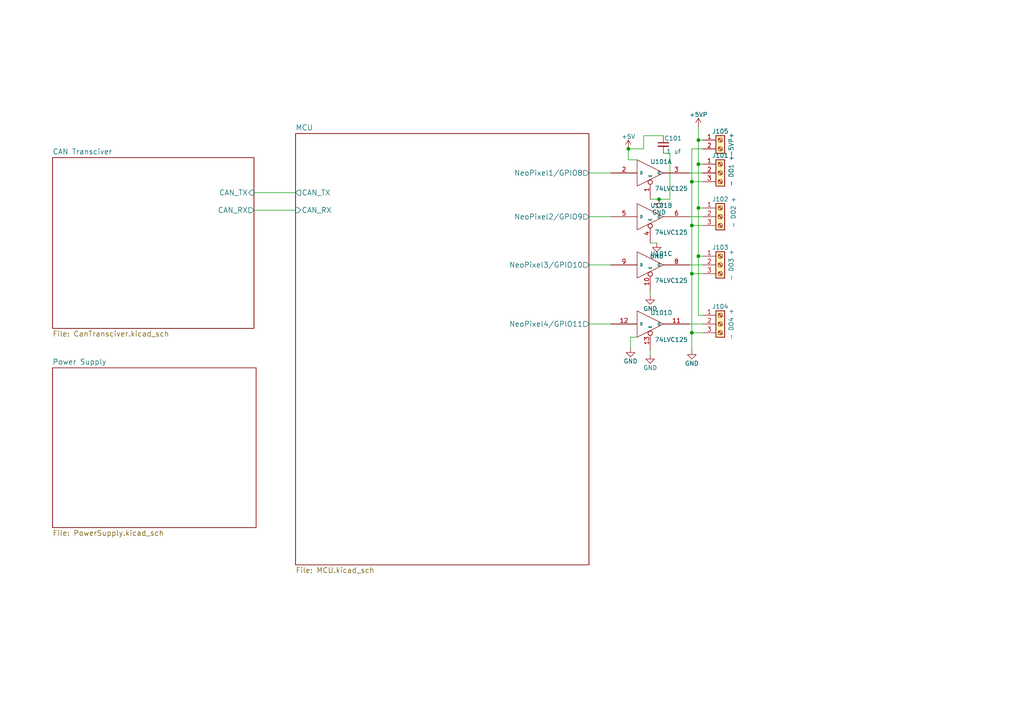
<source format=kicad_sch>
(kicad_sch (version 20211123) (generator eeschema)
  (paper "A4")
  (lib_symbols
    (symbol "ESP32-T7S3-QuadNeoPixel-rescue:+5V" (power) (pin_names (offset 0))
      (property "Value" "+5V" (at 0 3.556 0))
      (symbol "+5V_0_1"
        (polyline (pts (xy -0.762 1.27) (xy 0 2.54)))
        (polyline (pts (xy 0 0) (xy 0 2.54)))
        (polyline (pts (xy 0 2.54) (xy 0.762 1.27)))
      )
      (symbol "+5V_1_1"
        (pin power_in line (at 0 0 90) (length 0) hide (name "+5V") (number "1"))
      )
    )
    (symbol "ESP32-T7S3-QuadNeoPixel-rescue:+5VP" (power) (pin_names (offset 0))
      (property "Value" "+5VP" (at 0 3.556 0))
      (symbol "+5VP_0_1"
        (polyline (pts (xy -0.762 1.27) (xy 0 2.54)))
        (polyline (pts (xy 0 0) (xy 0 2.54)))
        (polyline (pts (xy 0 2.54) (xy 0.762 1.27)))
      )
      (symbol "+5VP_1_1"
        (pin power_in line (at 0 0 90) (length 0) hide (name "+5VP") (number "1"))
      )
    )
    (symbol "ESP32-T7S3-QuadNeoPixel-rescue:74LVC125" (pin_names (offset 0.762))
      (property "Reference" "U" (at 0 2.54 0))
      (property "Value" "74LVC125" (at 1.27 -3.81 0))
      (symbol "74LVC125_0_0"
        (pin power_in line (at -3.81 3.81 270) (length 0) hide (name "VCC") (number "14"))
        (pin power_in line (at -3.81 -3.81 90) (length 0) hide (name "GND") (number "7"))
      )
      (symbol "74LVC125_0_1"
        (polyline (pts (xy -3.81 3.81) (xy -3.81 -3.81) (xy 3.81 0) (xy -3.81 3.81)))
      )
      (symbol "74LVC125_1_0"
        (pin input inverted (at 0 -7.62 90) (length 5.588) (name "E") (number "1"))
      )
      (symbol "74LVC125_1_1"
        (pin input line (at -11.43 0 0) (length 7.62) (name "D") (number "2"))
        (pin tri_state line (at 11.43 0 180) (length 7.62) (name "O") (number "3"))
      )
      (symbol "74LVC125_2_0"
        (pin input inverted (at 0 -7.62 90) (length 5.588) (name "E") (number "4"))
      )
      (symbol "74LVC125_2_1"
        (pin input line (at -11.43 0 0) (length 7.62) (name "D") (number "5"))
        (pin tri_state line (at 11.43 0 180) (length 7.62) (name "O") (number "6"))
      )
      (symbol "74LVC125_3_0"
        (pin input inverted (at 0 -7.62 90) (length 5.588) (name "E") (number "10"))
      )
      (symbol "74LVC125_3_1"
        (pin tri_state line (at 11.43 0 180) (length 7.62) (name "O") (number "8"))
        (pin input line (at -11.43 0 0) (length 7.62) (name "D") (number "9"))
      )
      (symbol "74LVC125_4_0"
        (pin input inverted (at 0 -7.62 90) (length 5.588) (name "E") (number "13"))
      )
      (symbol "74LVC125_4_1"
        (pin tri_state line (at 11.43 0 180) (length 7.62) (name "O") (number "11"))
        (pin input line (at -11.43 0 0) (length 7.62) (name "D") (number "12"))
      )
    )
    (symbol "ESP32-T7S3-QuadNeoPixel-rescue:C_Small" (pin_numbers hide) (pin_names (offset 0.254) hide)
      (property "Reference" "C" (at 0.254 1.778 0))
      (property "Value" "C_Small" (at 0.254 -2.032 0))
      (symbol "C_Small_0_1"
        (polyline (pts (xy -1.524 -0.508) (xy 1.524 -0.508)) (stroke (width 0.3302)))
        (polyline (pts (xy -1.524 0.508) (xy 1.524 0.508)) (stroke (width 0.3048)))
      )
      (symbol "C_Small_1_1"
        (pin passive line (at 0 2.54 270) (length 2.032) (name "~") (number "1"))
        (pin passive line (at 0 -2.54 90) (length 2.032) (name "~") (number "2"))
      )
    )
    (symbol "ESP32-T7S3-QuadNeoPixel-rescue:GND" (power) (pin_names (offset 0))
      (property "Value" "GND" (at 0 -3.81 0))
      (symbol "GND_0_1"
        (polyline (pts (xy 0 0) (xy 0 -1.27) (xy 1.27 -1.27) (xy 0 -2.54) (xy -1.27 -1.27) (xy 0 -1.27)))
      )
      (symbol "GND_1_1"
        (pin power_in line (at 0 0 270) (length 0) hide (name "GND") (number "1"))
      )
    )
    (symbol "ESP32-T7S3-QuadNeoPixel-rescue:Screw_Terminal_01x02" (pin_names (offset 1.016) hide)
      (property "Reference" "J" (at 0 2.54 0))
      (property "Value" "Screw_Terminal_01x02" (at 0 -5.08 0))
      (symbol "Screw_Terminal_01x02_1_1"
        (rectangle (start -1.27 1.27) (end 1.27 -3.81) (stroke (width 0.254)) (fill (type background)))
        (circle (center 0 -2.54) (radius 0.635) (stroke (width 0.1524)))
        (polyline (pts (xy -0.5334 -2.2098) (xy 0.3302 -3.048)) (stroke (width 0.1524)))
        (polyline (pts (xy -0.5334 0.3302) (xy 0.3302 -0.508)) (stroke (width 0.1524)))
        (polyline (pts (xy -0.3556 -2.032) (xy 0.508 -2.8702)) (stroke (width 0.1524)))
        (polyline (pts (xy -0.3556 0.508) (xy 0.508 -0.3302)) (stroke (width 0.1524)))
        (circle (center 0 0) (radius 0.635) (stroke (width 0.1524)))
        (pin passive line (at -5.08 0 0) (length 3.81) (name "Pin_1") (number "1"))
        (pin passive line (at -5.08 -2.54 0) (length 3.81) (name "Pin_2") (number "2"))
      )
    )
    (symbol "ESP32-T7S3-QuadNeoPixel-rescue:Screw_Terminal_01x03" (pin_names (offset 1.016) hide)
      (property "Reference" "J" (at 0 5.08 0))
      (property "Value" "Screw_Terminal_01x03" (at 0 -5.08 0))
      (symbol "Screw_Terminal_01x03_1_1"
        (rectangle (start -1.27 3.81) (end 1.27 -3.81) (stroke (width 0.254)) (fill (type background)))
        (circle (center 0 -2.54) (radius 0.635) (stroke (width 0.1524)))
        (polyline (pts (xy -0.5334 -2.2098) (xy 0.3302 -3.048)) (stroke (width 0.1524)))
        (polyline (pts (xy -0.5334 0.3302) (xy 0.3302 -0.508)) (stroke (width 0.1524)))
        (polyline (pts (xy -0.5334 2.8702) (xy 0.3302 2.032)) (stroke (width 0.1524)))
        (polyline (pts (xy -0.3556 -2.032) (xy 0.508 -2.8702)) (stroke (width 0.1524)))
        (polyline (pts (xy -0.3556 0.508) (xy 0.508 -0.3302)) (stroke (width 0.1524)))
        (polyline (pts (xy -0.3556 3.048) (xy 0.508 2.2098)) (stroke (width 0.1524)))
        (circle (center 0 0) (radius 0.635) (stroke (width 0.1524)))
        (circle (center 0 2.54) (radius 0.635) (stroke (width 0.1524)))
        (pin passive line (at -5.08 2.54 0) (length 3.81) (name "Pin_1") (number "1"))
        (pin passive line (at -5.08 0 0) (length 3.81) (name "Pin_2") (number "2"))
        (pin passive line (at -5.08 -2.54 0) (length 3.81) (name "Pin_3") (number "3"))
      )
    )
  )
  (junction (at 200.66 79.375))
  (junction (at 200.66 52.705))
  (junction (at 182.245 43.18))
  (junction (at 202.565 40.64))
  (junction (at 202.565 74.295))
  (junction (at 200.66 65.405))
  (junction (at 191.135 57.785))
  (junction (at 202.565 47.625))
  (junction (at 202.565 60.325))
  (junction (at 200.66 96.52))
  (wire (pts (xy 188.595 85.725) (xy 188.595 84.455)))
  (wire (pts (xy 200.66 79.375) (xy 203.835 79.375)))
  (wire (pts (xy 202.565 60.325) (xy 203.835 60.325)))
  (wire (pts (xy 177.165 76.835) (xy 170.815 76.835)))
  (wire (pts (xy 73.66 55.88) (xy 85.725 55.88)))
  (wire (pts (xy 177.165 93.98) (xy 170.815 93.98)))
  (wire (pts (xy 184.785 97.79) (xy 182.88 97.79)))
  (wire (pts (xy 188.595 101.6) (xy 188.595 102.87)))
  (wire (pts (xy 188.595 57.785) (xy 191.135 57.785)))
  (wire (pts (xy 73.66 60.96) (xy 85.725 60.96)))
  (wire (pts (xy 192.405 44.45) (xy 194.31 44.45)))
  (wire (pts (xy 202.565 47.625) (xy 202.565 60.325)))
  (wire (pts (xy 184.785 46.355) (xy 182.245 46.355)))
  (wire (pts (xy 182.88 97.79) (xy 182.88 100.965)))
  (wire (pts (xy 200.025 76.835) (xy 203.835 76.835)))
  (wire (pts (xy 200.66 96.52) (xy 203.835 96.52)))
  (wire (pts (xy 200.66 43.18) (xy 200.66 52.705)))
  (wire (pts (xy 177.165 62.865) (xy 170.815 62.865)))
  (wire (pts (xy 188.595 70.485) (xy 190.5 70.485)))
  (wire (pts (xy 177.165 50.165) (xy 170.815 50.165)))
  (wire (pts (xy 186.69 43.18) (xy 182.245 43.18)))
  (wire (pts (xy 191.135 57.785) (xy 194.31 57.785)))
  (wire (pts (xy 192.405 39.37) (xy 186.69 39.37)))
  (wire (pts (xy 202.565 74.295) (xy 203.835 74.295)))
  (wire (pts (xy 200.66 96.52) (xy 200.66 101.6)))
  (wire (pts (xy 202.565 47.625) (xy 203.835 47.625)))
  (wire (pts (xy 202.565 74.295) (xy 202.565 91.44)))
  (wire (pts (xy 194.31 44.45) (xy 194.31 57.785)))
  (wire (pts (xy 200.66 52.705) (xy 200.66 65.405)))
  (wire (pts (xy 203.835 43.18) (xy 200.66 43.18)))
  (wire (pts (xy 200.66 65.405) (xy 200.66 79.375)))
  (wire (pts (xy 203.835 40.64) (xy 202.565 40.64)))
  (wire (pts (xy 182.245 46.355) (xy 182.245 43.18)))
  (wire (pts (xy 186.69 39.37) (xy 186.69 43.18)))
  (wire (pts (xy 202.565 36.83) (xy 202.565 40.64)))
  (wire (pts (xy 203.835 52.705) (xy 200.66 52.705)))
  (wire (pts (xy 202.565 60.325) (xy 202.565 74.295)))
  (wire (pts (xy 202.565 91.44) (xy 203.835 91.44)))
  (wire (pts (xy 200.025 50.165) (xy 203.835 50.165)))
  (wire (pts (xy 202.565 40.64) (xy 202.565 47.625)))
  (wire (pts (xy 200.025 93.98) (xy 203.835 93.98)))
  (wire (pts (xy 200.025 62.865) (xy 203.835 62.865)))
  (wire (pts (xy 200.66 79.375) (xy 200.66 96.52)))
  (wire (pts (xy 200.66 65.405) (xy 203.835 65.405)))
  (symbol (lib_id "ESP32-T7S3-QuadNeoPixel-rescue:74LVC125") (at 188.595 50.165 0) (unit 1)
    (property "Reference" "U101" (at 188.595 47.625 0) (effects (justify left bottom)))
    (property "Value" "74LVC125" (at 189.865 53.975 0) (effects (justify left top)))
    (property "Footprint" "Housings_SOIC:SOIC-14_3.9x8.7mm_Pitch1.27mm" (effects hide))
    (property "Mouser Part Number" "595-SN74LVC125ADRG3 " (effects hide))
  )
  (symbol (lib_id "ESP32-T7S3-QuadNeoPixel-rescue:74LVC125") (at 188.595 62.865 0) (unit 2)
    (property "Reference" "U101" (at 188.595 60.325 0) (effects (justify left bottom)))
    (property "Value" "74LVC125" (at 189.865 66.675 0) (effects (justify left top)))
    (property "Footprint" "Housings_SOIC:SOIC-14_3.9x8.7mm_Pitch1.27mm" (effects hide))
  )
  (symbol (lib_id "ESP32-T7S3-QuadNeoPixel-rescue:74LVC125") (at 188.595 76.835 0) (unit 3)
    (property "Reference" "U101" (at 188.595 74.295 0) (effects (justify left bottom)))
    (property "Value" "74LVC125" (at 189.865 80.645 0) (effects (justify left top)))
    (property "Footprint" "Housings_SOIC:SOIC-14_3.9x8.7mm_Pitch1.27mm" (effects hide))
  )
  (symbol (lib_id "ESP32-T7S3-QuadNeoPixel-rescue:74LVC125") (at 188.595 93.98 0) (unit 4)
    (property "Reference" "U101" (at 188.595 91.44 0) (effects (justify left bottom)))
    (property "Value" "74LVC125" (at 189.865 97.79 0) (effects (justify left top)))
    (property "Footprint" "Housings_SOIC:SOIC-14_3.9x8.7mm_Pitch1.27mm" (effects hide))
  )
  (symbol (lib_id "ESP32-T7S3-QuadNeoPixel-rescue:+5V") (at 182.245 43.18 0) (unit 1)
    (property "Reference" "#PWR01" (effects hide))
    (property "Value" "+5V" (at 182.245 39.624 0))
  )
  (symbol (lib_id "ESP32-T7S3-QuadNeoPixel-rescue:GND") (at 182.88 100.965 0) (unit 1)
    (property "Reference" "#PWR02" (effects hide))
    (property "Value" "GND" (at 182.88 104.775 0))
  )
  (symbol (lib_id "ESP32-T7S3-QuadNeoPixel-rescue:GND") (at 188.595 102.87 0) (unit 1)
    (property "Reference" "#PWR03" (effects hide))
    (property "Value" "GND" (at 188.595 106.68 0))
  )
  (symbol (lib_id "ESP32-T7S3-QuadNeoPixel-rescue:GND") (at 188.595 85.725 0) (unit 1)
    (property "Reference" "#PWR04" (effects hide))
    (property "Value" "GND" (at 188.595 89.535 0))
  )
  (symbol (lib_id "ESP32-T7S3-QuadNeoPixel-rescue:GND") (at 190.5 70.485 0) (unit 1)
    (property "Reference" "#PWR05" (effects hide))
    (property "Value" "GND" (at 190.5 74.295 0))
  )
  (symbol (lib_id "ESP32-T7S3-QuadNeoPixel-rescue:GND") (at 191.135 57.785 0) (unit 1)
    (property "Reference" "#PWR06" (effects hide))
    (property "Value" "GND" (at 191.135 61.595 0))
  )
  (symbol (lib_id "ESP32-T7S3-QuadNeoPixel-rescue:Screw_Terminal_01x03") (at 208.915 50.165 0) (unit 1)
    (property "Reference" "J101" (at 208.915 45.085 0))
    (property "Value" "- DO1 +" (at 212.09 49.53 90))
    (property "Footprint" "Connectors_Terminal_Blocks:TerminalBlock_Pheonix_MPT-2.54mm_3pol" (effects hide))
  )
  (symbol (lib_id "ESP32-T7S3-QuadNeoPixel-rescue:GND") (at 200.66 101.6 0) (unit 1)
    (property "Reference" "#PWR07" (effects hide))
    (property "Value" "GND" (at 200.66 105.41 0))
  )
  (symbol (lib_id "ESP32-T7S3-QuadNeoPixel-rescue:Screw_Terminal_01x03") (at 208.915 62.865 0) (unit 1)
    (property "Reference" "J102" (at 208.915 57.785 0))
    (property "Value" "- DO2 +" (at 212.725 61.595 90))
    (property "Footprint" "Connectors_Terminal_Blocks:TerminalBlock_Pheonix_MPT-2.54mm_3pol" (effects hide))
  )
  (symbol (lib_id "ESP32-T7S3-QuadNeoPixel-rescue:Screw_Terminal_01x03") (at 208.915 76.835 0) (unit 1)
    (property "Reference" "J103" (at 208.915 71.755 0))
    (property "Value" "- DO3 +" (at 212.09 76.835 90))
    (property "Footprint" "Connectors_Terminal_Blocks:TerminalBlock_Pheonix_MPT-2.54mm_3pol" (effects hide))
  )
  (symbol (lib_id "ESP32-T7S3-QuadNeoPixel-rescue:Screw_Terminal_01x03") (at 208.915 93.98 0) (unit 1)
    (property "Reference" "J104" (at 208.915 88.9 0))
    (property "Value" "- DO4 +" (at 212.09 93.98 90))
    (property "Footprint" "Connectors_Terminal_Blocks:TerminalBlock_Pheonix_MPT-2.54mm_3pol" (effects hide))
  )
  (symbol (lib_id "ESP32-T7S3-QuadNeoPixel-rescue:+5VP") (at 202.565 36.83 0) (unit 1)
    (property "Reference" "#PWR08" (effects hide))
    (property "Value" "+5VP" (at 202.565 33.274 0))
  )
  (symbol (lib_id "ESP32-T7S3-QuadNeoPixel-rescue:Screw_Terminal_01x02") (at 208.915 40.64 0) (unit 1)
    (property "Reference" "J105" (at 208.915 38.1 0))
    (property "Value" "-5VP+" (at 212.09 41.91 90))
    (property "Footprint" "Connectors_Terminal_Blocks:TerminalBlock_Pheonix_MPT-2.54mm_2pol" (effects hide))
  )
  (symbol (lib_id "ESP32-T7S3-QuadNeoPixel-rescue:C_Small") (at 192.405 41.91 0) (unit 1)
    (property "Reference" "C101" (at 192.659 40.132 0) (effects (justify left)))
    (property "Value" ".1 uf" (at 192.659 43.942 0) (effects (justify left)))
    (property "Footprint" "Capacitors_SMD:C_0603" (effects hide))
    (property "Mouser Part Number" "710-885012206095" (effects hide))
  )
  (sheet (at 85.725 38.735) (size 85.09 125.095)
    (property "Sheet name" "MCU" (at 85.725 37.8964 0) (effects (font (size 1.524 1.524)) (justify left bottom)))
    (property "Sheet file" "MCU.kicad_sch" (at 85.725 164.5162 0) (effects (font (size 1.524 1.524)) (justify left top)))
    (pin "CAN_TX" output (at 85.725 55.88 180) (effects (font (size 1.524 1.524))))
    (pin "CAN_RX" input (at 85.725 60.96 180) (effects (font (size 1.524 1.524))))
    (pin "NeoPixel1/GPIO8" output (at 170.815 50.165 0) (effects (font (size 1.524 1.524))))
    (pin "NeoPixel2/GPIO9" output (at 170.815 62.865 0) (effects (font (size 1.524 1.524))))
    (pin "NeoPixel3/GPIO10" output (at 170.815 76.835 0) (effects (font (size 1.524 1.524))))
    (pin "NeoPixel4/GPIO11" output (at 170.815 93.98 0) (effects (font (size 1.524 1.524))))
  )
  (sheet (at 15.24 45.72) (size 58.42 49.53)
    (property "Sheet name" "CAN Transciver" (at 15.24 44.8814 0) (effects (font (size 1.524 1.524)) (justify left bottom)))
    (property "Sheet file" "CanTransciver.kicad_sch" (at 15.24 95.9362 0) (effects (font (size 1.524 1.524)) (justify left top)))
    (pin "CAN_TX" input (at 73.66 55.88 0) (effects (font (size 1.524 1.524))))
    (pin "CAN_RX" output (at 73.66 60.96 0) (effects (font (size 1.524 1.524))))
  )
  (sheet (at 15.24 106.68) (size 59.055 46.355)
    (property "Sheet name" "Power Supply" (at 15.24 105.8414 0) (effects (font (size 1.524 1.524)) (justify left bottom)))
    (property "Sheet file" "PowerSupply.kicad_sch" (at 15.24 153.7212 0) (effects (font (size 1.524 1.524)) (justify left top)))
  )
)
</source>
